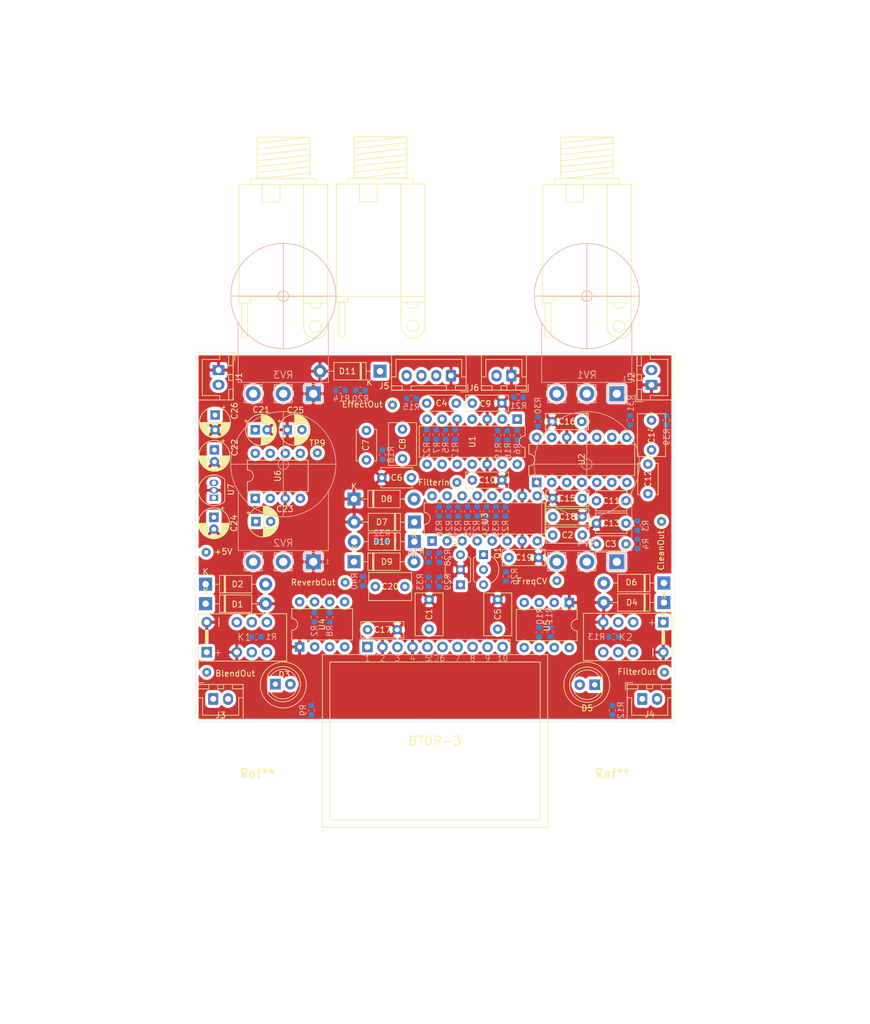
<source format=kicad_pcb>
(kicad_pcb (version 20171130) (host pcbnew "(5.1.5-0-10_14)")
  (layers (0 F.Cu signal) (31 B.Cu signal) (34 B.Paste user) (35 F.Paste user) (36 B.SilkS user) (37 F.SilkS user) (38 B.Mask user) (39 F.Mask user) (44 Edge.Cuts user))
  (net 0 "")
  (net 1 BypassSw2)
  (net 2 GND)
  (net 3 EffectIn)
  (net 4 "Net-(C2-Pad1)")
  (net 5 "Net-(C3-Pad2)")
  (net 6 CleanOut)
  (net 7 "Net-(C4-Pad2)")
  (net 8 FilterIn)
  (net 9 KillVerbSw2)
  (net 10 "Net-(C6-Pad2)")
  (net 11 "Net-(C7-Pad2)")
  (net 12 "Net-(C7-Pad1)")
  (net 13 EffectOut)
  (net 14 +9V)
  (net 15 -9V)
  (net 16 "Net-(C11-Pad2)")
  (net 17 "Net-(C11-Pad1)")
  (net 18 "Net-(C12-Pad2)")
  (net 19 "Net-(C12-Pad1)")
  (net 20 "Net-(C13-Pad2)")
  (net 21 "Net-(C14-Pad2)")
  (net 22 FilterOut)
  (net 23 +5V)
  (net 24 "Net-(C20-Pad2)")
  (net 25 ReverbOut)
  (net 26 "Net-(C23-Pad2)")
  (net 27 "Net-(C23-Pad1)")
  (net 28 "Net-(D1-Pad1)")
  (net 29 "Net-(D2-Pad2)")
  (net 30 "Net-(D3-Pad1)")
  (net 31 "Net-(D4-Pad1)")
  (net 32 "Net-(D5-Pad2)")
  (net 33 "Net-(D5-Pad1)")
  (net 34 "Net-(D10-Pad2)")
  (net 35 "Net-(IC1-Pad10)")
  (net 36 "Net-(IC1-Pad8)")
  (net 37 "Net-(IC1-Pad7)")
  (net 38 "Net-(IC1-Pad5)")
  (net 39 ReverbIn)
  (net 40 In)
  (net 41 Out)
  (net 42 BypassSw1)
  (net 43 KillVerbSw1)
  (net 44 FreqCV)
  (net 45 "Net-(J5-Pad4)")
  (net 46 BlendOut)
  (net 47 BoostIn)
  (net 48 "Net-(Q1-Pad3)")
  (net 49 "Net-(Q1-Pad2)")
  (net 50 FilterCtrl)
  (net 51 "Net-(R14-Pad2)")
  (net 52 "Net-(R15-Pad2)")
  (net 53 "Net-(R16-Pad2)")
  (net 54 "Net-(R16-Pad1)")
  (net 55 "Net-(R22-Pad1)")
  (net 56 "Net-(R24-Pad2)")
  (net 57 "Net-(R25-Pad2)")
  (net 58 "Net-(R26-Pad2)")
  (net 59 "Net-(R27-Pad1)")
  (net 60 "Net-(R29-Pad2)")
  (net 61 "Net-(R34-Pad1)")
  (net 62 "Net-(R35-Pad2)")
  (net 63 "Net-(R36-Pad2)")
  (net 64 "Net-(R38-Pad2)")
  (net 65 "Net-(RV3-Pad2)")
  (net 66 "Net-(U3-Pad8)")
  (net 67 "Net-(U3-Pad9)")
  (net 68 "Net-(U4-Pad7)")
  (net 69 "Net-(U4-Pad5)")
  (net 70 "Net-(U5-Pad7)")
  (net 71 "Net-(U5-Pad5)")
  (net 72 "Net-(U6-Pad7)")
  (net 73 "Net-(U6-Pad6)")
  (net 74 "Net-(U6-Pad1)")
  (module Resistor_SMD:R_0603_1608Metric (layer B.Cu) (at 87.8 111.7 270)
    (fp_text reference R40 (at 0 1.43 270) (layer B.SilkS) (effects (justify mirror)))
    (fp_text value 100k)
    (pad 2 smd roundrect (at 0.7875 0 270) (size 0.875 0.95) (layers B.Cu B.Paste B.Mask) (net 25 ReverbOut))
    (pad 1 smd roundrect (at -0.7875 0 270) (size 0.875 0.95) (layers B.Cu B.Paste B.Mask) (net 2 GND))
  )
  (module Resistor_SMD:R_0603_1608Metric (layer B.Cu) (at 139.1 84.5 90)
    (fp_text reference R39 (at -2.8 0.1 90) (layer B.SilkS) (effects (justify mirror)))
    (fp_text value 10k)
    (pad 2 smd roundrect (at 0.7875 0 90) (size 0.875 0.95) (layers B.Cu B.Paste B.Mask) (net 62 "Net-(R35-Pad2)"))
    (pad 1 smd roundrect (at -0.7875 0 90) (size 0.875 0.95) (layers B.Cu B.Paste B.Mask) (net 21 "Net-(C14-Pad2)"))
  )
  (module Resistor_SMD:R_0603_1608Metric (layer B.Cu) (at 98.9 107.7 90)
    (fp_text reference R38 (at 0.9 -2.1 180) (layer B.SilkS) (effects (justify mirror)))
    (fp_text value 10k)
    (pad 2 smd roundrect (at 0.7875 0 90) (size 0.875 0.95) (layers B.Cu B.Paste B.Mask) (net 64 "Net-(R38-Pad2)"))
    (pad 1 smd roundrect (at -0.7875 0 90) (size 0.875 0.95) (layers B.Cu B.Paste B.Mask) (net 50 FilterCtrl))
  )
  (module Resistor_SMD:R_0603_1608Metric (layer B.Cu) (at 103.9 99.9125 270)
    (fp_text reference R37 (at 2.8875 0 270) (layer B.SilkS) (effects (justify mirror)))
    (fp_text value 220)
    (pad 2 smd roundrect (at 0.7875 0 270) (size 0.875 0.95) (layers B.Cu B.Paste B.Mask) (net 61 "Net-(R34-Pad1)"))
    (pad 1 smd roundrect (at -0.7875 0 270) (size 0.875 0.95) (layers B.Cu B.Paste B.Mask) (net 2 GND))
  )
  (module Resistor_SMD:R_0603_1608Metric (layer B.Cu) (at 100.7 99.9 270)
    (fp_text reference R36 (at 2.9 0 270) (layer B.SilkS) (effects (justify mirror)))
    (fp_text value 10k)
    (pad 2 smd roundrect (at 0.7875 0 270) (size 0.875 0.95) (layers B.Cu B.Paste B.Mask) (net 63 "Net-(R36-Pad2)"))
    (pad 1 smd roundrect (at -0.7875 0 270) (size 0.875 0.95) (layers B.Cu B.Paste B.Mask) (net 14 +9V))
  )
  (module Resistor_SMD:R_0603_1608Metric (layer B.Cu) (at 110.3 99.9 270)
    (fp_text reference R35 (at 2.9 0 270) (layer B.SilkS) (effects (justify mirror)))
    (fp_text value 220)
    (pad 2 smd roundrect (at 0.7875 0 270) (size 0.875 0.95) (layers B.Cu B.Paste B.Mask) (net 62 "Net-(R35-Pad2)"))
    (pad 1 smd roundrect (at -0.7875 0 270) (size 0.875 0.95) (layers B.Cu B.Paste B.Mask) (net 2 GND))
  )
  (module Resistor_SMD:R_0603_1608Metric (layer B.Cu) (at 108.7 99.9 90)
    (fp_text reference R34 (at -2.9 -0.1 270) (layer B.SilkS) (effects (justify mirror)))
    (fp_text value 10k)
    (pad 2 smd roundrect (at 0.7875 0 90) (size 0.875 0.95) (layers B.Cu B.Paste B.Mask) (net 59 "Net-(R27-Pad1)"))
    (pad 1 smd roundrect (at -0.7875 0 90) (size 0.875 0.95) (layers B.Cu B.Paste B.Mask) (net 61 "Net-(R34-Pad1)"))
  )
  (module Resistor_SMD:R_0603_1608Metric (layer B.Cu) (at 98.9 111.8 270)
    (fp_text reference R33 (at 0 1.43 270) (layer B.SilkS) (effects (justify mirror)))
    (fp_text value 4.7k)
    (pad 2 smd roundrect (at 0.7875 0 270) (size 0.875 0.95) (layers B.Cu B.Paste B.Mask) (net 48 "Net-(Q1-Pad3)"))
    (pad 1 smd roundrect (at -0.7875 0 270) (size 0.875 0.95) (layers B.Cu B.Paste B.Mask) (net 18 "Net-(C12-Pad2)"))
  )
  (module Resistor_SMD:R_0603_1608Metric (layer B.Cu) (at 91 105 180)
    (fp_text reference R32 (at 0 1.43 180) (layer B.SilkS) (effects (justify mirror)))
    (fp_text value 1.6K)
    (pad 2 smd roundrect (at 0.7875 0 180) (size 0.875 0.95) (layers B.Cu B.Paste B.Mask) (net 34 "Net-(D10-Pad2)"))
    (pad 1 smd roundrect (at -0.7875 0 180) (size 0.875 0.95) (layers B.Cu B.Paste B.Mask) (net 2 GND))
  )
  (module Resistor_SMD:R_0603_1608Metric (layer B.Cu) (at 133 84.5 90)
    (fp_text reference R31 (at 2.9 0.1 90) (layer B.SilkS) (effects (justify mirror)))
    (fp_text value 10k)
    (pad 2 smd roundrect (at 0.7875 0 90) (size 0.875 0.95) (layers B.Cu B.Paste B.Mask) (net 34 "Net-(D10-Pad2)"))
    (pad 1 smd roundrect (at -0.7875 0 90) (size 0.875 0.95) (layers B.Cu B.Paste B.Mask) (net 17 "Net-(C11-Pad1)"))
  )
  (module Resistor_SMD:R_0603_1608Metric (layer B.Cu) (at 117.4 84.7 270)
    (fp_text reference R30 (at -2.7 0 270) (layer B.SilkS) (effects (justify mirror)))
    (fp_text value 470k)
    (pad 2 smd roundrect (at 0.7875 0 270) (size 0.875 0.95) (layers B.Cu B.Paste B.Mask) (net 19 "Net-(C12-Pad1)"))
    (pad 1 smd roundrect (at -0.7875 0 270) (size 0.875 0.95) (layers B.Cu B.Paste B.Mask) (net 15 -9V))
  )
  (module Resistor_SMD:R_0603_1608Metric (layer B.Cu) (at 100.7 111.8 90)
    (fp_text reference R29 (at 0 1.43 90) (layer B.SilkS) (effects (justify mirror)))
    (fp_text value 10k)
    (pad 2 smd roundrect (at 0.7875 0 90) (size 0.875 0.95) (layers B.Cu B.Paste B.Mask) (net 60 "Net-(R29-Pad2)"))
    (pad 1 smd roundrect (at -0.7875 0 90) (size 0.875 0.95) (layers B.Cu B.Paste B.Mask) (net 50 FilterCtrl))
  )
  (module Resistor_SMD:R_0603_1608Metric (layer B.Cu) (at 100.7 107.7 90)
    (fp_text reference R28 (at 0 1.43 90) (layer B.SilkS) (effects (justify mirror)))
    (fp_text value 2.7k)
    (pad 2 smd roundrect (at 0.7875 0 90) (size 0.875 0.95) (layers B.Cu B.Paste B.Mask) (net 49 "Net-(Q1-Pad2)"))
    (pad 1 smd roundrect (at -0.7875 0 90) (size 0.875 0.95) (layers B.Cu B.Paste B.Mask) (net 2 GND))
  )
  (module Resistor_SMD:R_0603_1608Metric (layer B.Cu) (at 107.1 99.9 270)
    (fp_text reference R27 (at 2.9 0.1 90) (layer B.SilkS) (effects (justify mirror)))
    (fp_text value 10k)
    (pad 2 smd roundrect (at 0.7875 0 270) (size 0.875 0.95) (layers B.Cu B.Paste B.Mask) (net 55 "Net-(R22-Pad1)"))
    (pad 1 smd roundrect (at -0.7875 0 270) (size 0.875 0.95) (layers B.Cu B.Paste B.Mask) (net 59 "Net-(R27-Pad1)"))
  )
  (module Resistor_SMD:R_0603_1608Metric (layer B.Cu) (at 112 110.9 90)
    (fp_text reference R26 (at 0 1.43 90) (layer B.SilkS) (effects (justify mirror)))
    (fp_text value 100k)
    (pad 2 smd roundrect (at 0.7875 0 90) (size 0.875 0.95) (layers B.Cu B.Paste B.Mask) (net 58 "Net-(R26-Pad2)"))
    (pad 1 smd roundrect (at -0.7875 0 90) (size 0.875 0.95) (layers B.Cu B.Paste B.Mask) (net 49 "Net-(Q1-Pad2)"))
  )
  (module Resistor_SMD:R_0603_1608Metric (layer B.Cu) (at 105.5 99.9 270)
    (fp_text reference R25 (at 2.9 0 270) (layer B.SilkS) (effects (justify mirror)))
    (fp_text value 220)
    (pad 2 smd roundrect (at 0.7875 0 270) (size 0.875 0.95) (layers B.Cu B.Paste B.Mask) (net 57 "Net-(R25-Pad2)"))
    (pad 1 smd roundrect (at -0.7875 0 270) (size 0.875 0.95) (layers B.Cu B.Paste B.Mask) (net 2 GND))
  )
  (module Resistor_SMD:R_0603_1608Metric (layer B.Cu) (at 102.3 99.9 90)
    (fp_text reference R24 (at -2.9 0.1 270) (layer B.SilkS) (effects (justify mirror)))
    (fp_text value 10k)
    (pad 2 smd roundrect (at 0.7875 0 90) (size 0.875 0.95) (layers B.Cu B.Paste B.Mask) (net 56 "Net-(R24-Pad2)"))
    (pad 1 smd roundrect (at -0.7875 0 90) (size 0.875 0.95) (layers B.Cu B.Paste B.Mask) (net 14 +9V))
  )
  (module Resistor_SMD:R_0603_1608Metric (layer B.Cu) (at 111.9 99.9 270)
    (fp_text reference R23 (at 2.9 0 90) (layer B.SilkS) (effects (justify mirror)))
    (fp_text value 220)
    (pad 2 smd roundrect (at 0.7875 0 270) (size 0.875 0.95) (layers B.Cu B.Paste B.Mask) (net 55 "Net-(R22-Pad1)"))
    (pad 1 smd roundrect (at -0.7875 0 270) (size 0.875 0.95) (layers B.Cu B.Paste B.Mask) (net 2 GND))
  )
  (module Resistor_SMD:R_0603_1608Metric (layer B.Cu) (at 98.6 86.9 90)
    (fp_text reference R22 (at -2.7 0 90) (layer B.SilkS) (effects (justify mirror)))
    (fp_text value 10k)
    (pad 2 smd roundrect (at 0.7875 0 90) (size 0.875 0.95) (layers B.Cu B.Paste B.Mask) (net 8 FilterIn))
    (pad 1 smd roundrect (at -0.7875 0 90) (size 0.875 0.95) (layers B.Cu B.Paste B.Mask) (net 55 "Net-(R22-Pad1)"))
  )
  (module Resistor_SMD:R_0603_1608Metric (layer B.Cu) (at 114.1 80.6)
    (fp_text reference R21 (at 0 1.43) (layer B.SilkS) (effects (justify mirror)))
    (fp_text value 100)
    (pad 2 smd roundrect (at 0.7875 0) (size 0.875 0.95) (layers B.Cu B.Paste B.Mask) (net 23 +5V))
    (pad 1 smd roundrect (at -0.7875 0) (size 0.875 0.95) (layers B.Cu B.Paste B.Mask) (net 45 "Net-(J5-Pad4)"))
  )
  (module Resistor_SMD:R_0603_1608Metric (layer B.Cu) (at 87.4 79.4)
    (fp_text reference R20 (at 0 1.43) (layer B.SilkS) (effects (justify mirror)))
    (fp_text value 100k)
    (pad 2 smd roundrect (at 0.7875 0) (size 0.875 0.95) (layers B.Cu B.Paste B.Mask) (net 2 GND))
    (pad 1 smd roundrect (at -0.7875 0) (size 0.875 0.95) (layers B.Cu B.Paste B.Mask) (net 13 EffectOut))
  )
  (module Resistor_SMD:R_0603_1608Metric (layer B.Cu) (at 110.6 87 270)
    (fp_text reference R19 (at 2.7 -0.1 90) (layer B.SilkS) (effects (justify mirror)))
    (fp_text value 1k)
    (pad 2 smd roundrect (at 0.7875 0 270) (size 0.875 0.95) (layers B.Cu B.Paste B.Mask) (net 46 BlendOut))
    (pad 1 smd roundrect (at -0.7875 0 270) (size 0.875 0.95) (layers B.Cu B.Paste B.Mask) (net 53 "Net-(R16-Pad2)"))
  )
  (module Resistor_SMD:R_0603_1608Metric (layer B.Cu) (at 91.1 90.3 90)
    (fp_text reference R18 (at 0 1.43 -90) (layer B.SilkS) (effects (justify mirror)))
    (fp_text value 4.7k)
    (pad 2 smd roundrect (at 0.7875 0 90) (size 0.875 0.95) (layers B.Cu B.Paste B.Mask) (net 2 GND))
    (pad 1 smd roundrect (at -0.7875 0 90) (size 0.875 0.95) (layers B.Cu B.Paste B.Mask) (net 12 "Net-(C7-Pad1)"))
  )
  (module Resistor_SMD:R_0603_1608Metric (layer B.Cu) (at 103.4 86.9 90)
    (fp_text reference R17 (at -2.7 0 90) (layer B.SilkS) (effects (justify mirror)))
    (fp_text value 10k)
    (pad 2 smd roundrect (at 0.7875 0 90) (size 0.875 0.95) (layers B.Cu B.Paste B.Mask) (net 12 "Net-(C7-Pad1)"))
    (pad 1 smd roundrect (at -0.7875 0 90) (size 0.875 0.95) (layers B.Cu B.Paste B.Mask) (net 11 "Net-(C7-Pad2)"))
  )
  (module Resistor_SMD:R_0603_1608Metric (layer B.Cu) (at 112.2 87 90)
    (fp_text reference R16 (at -2.7 0.1 90) (layer B.SilkS) (effects (justify mirror)))
    (fp_text value 100k)
    (pad 2 smd roundrect (at 0.7875 0 90) (size 0.875 0.95) (layers B.Cu B.Paste B.Mask) (net 53 "Net-(R16-Pad2)"))
    (pad 1 smd roundrect (at -0.7875 0 90) (size 0.875 0.95) (layers B.Cu B.Paste B.Mask) (net 54 "Net-(R16-Pad1)"))
  )
  (module Resistor_SMD:R_0603_1608Metric (layer B.Cu) (at 96 80.8)
    (fp_text reference R15 (at 0 1.43 180) (layer B.SilkS) (effects (justify mirror)))
    (fp_text value 100k)
    (pad 2 smd roundrect (at 0.7875 0) (size 0.875 0.95) (layers B.Cu B.Paste B.Mask) (net 52 "Net-(R15-Pad2)"))
    (pad 1 smd roundrect (at -0.7875 0) (size 0.875 0.95) (layers B.Cu B.Paste B.Mask) (net 6 CleanOut))
  )
  (module Resistor_SMD:R_0603_1608Metric (layer B.Cu) (at 84 79.4 180)
    (fp_text reference R14 (at -0.2 -1.4) (layer B.SilkS) (effects (justify mirror)))
    (fp_text value 100k)
    (pad 2 smd roundrect (at 0.7875 0 180) (size 0.875 0.95) (layers B.Cu B.Paste B.Mask) (net 51 "Net-(R14-Pad2)"))
    (pad 1 smd roundrect (at -0.7875 0 180) (size 0.875 0.95) (layers B.Cu B.Paste B.Mask) (net 13 EffectOut))
  )
  (module Resistor_SMD:R_0603_1608Metric (layer B.Cu) (at 130.2 121.1 180)
    (fp_text reference R13 (at 2.9 0 180) (layer B.SilkS) (effects (justify mirror)))
    (fp_text value 10k)
    (pad 2 smd roundrect (at 0.7875 0 180) (size 0.875 0.95) (layers B.Cu B.Paste B.Mask) (net 10 "Net-(C6-Pad2)"))
    (pad 1 smd roundrect (at -0.7875 0 180) (size 0.875 0.95) (layers B.Cu B.Paste B.Mask) (net 47 BoostIn))
  )
  (module Resistor_SMD:R_0603_1608Metric (layer B.Cu) (at 130 133.5 90)
    (fp_text reference R12 (at 0 1.43 90) (layer B.SilkS) (effects (justify mirror)))
    (fp_text value 4.7k)
    (pad 2 smd roundrect (at 0.7875 0 90) (size 0.875 0.95) (layers B.Cu B.Paste B.Mask) (net 33 "Net-(D5-Pad1)"))
    (pad 1 smd roundrect (at -0.7875 0 90) (size 0.875 0.95) (layers B.Cu B.Paste B.Mask) (net 2 GND))
  )
  (module Resistor_SMD:R_0603_1608Metric (layer B.Cu) (at 119.5 120.3 90)
    (fp_text reference R11 (at 2.8 -0.2 90) (layer B.SilkS) (effects (justify mirror)))
    (fp_text value 10k)
    (pad 2 smd roundrect (at 0.7875 0 90) (size 0.875 0.95) (layers B.Cu B.Paste B.Mask) (net 43 KillVerbSw1))
    (pad 1 smd roundrect (at -0.7875 0 90) (size 0.875 0.95) (layers B.Cu B.Paste B.Mask) (net 23 +5V))
  )
  (module Resistor_SMD:R_0603_1608Metric (layer B.Cu) (at 117.6 120.3 90)
    (fp_text reference R10 (at 2.7 0.1 90) (layer B.SilkS) (effects (justify mirror)))
    (fp_text value 100K)
    (pad 2 smd roundrect (at 0.7875 0 90) (size 0.875 0.95) (layers B.Cu B.Paste B.Mask) (net 9 KillVerbSw2))
    (pad 1 smd roundrect (at -0.7875 0 90) (size 0.875 0.95) (layers B.Cu B.Paste B.Mask) (net 32 "Net-(D5-Pad2)"))
  )
  (module Resistor_SMD:R_0603_1608Metric (layer B.Cu) (at 79.1 133.5 270)
    (fp_text reference R9 (at 0 1.43 90) (layer B.SilkS) (effects (justify mirror)))
    (fp_text value 4.7k)
    (pad 2 smd roundrect (at 0.7875 0 270) (size 0.875 0.95) (layers B.Cu B.Paste B.Mask) (net 30 "Net-(D3-Pad1)"))
    (pad 1 smd roundrect (at -0.7875 0 270) (size 0.875 0.95) (layers B.Cu B.Paste B.Mask) (net 2 GND))
  )
  (module Resistor_SMD:R_0603_1608Metric (layer B.Cu) (at 82.2 117.8 90)
    (fp_text reference R8 (at -2.3 0 90) (layer B.SilkS) (effects (justify mirror)))
    (fp_text value 10k)
    (pad 2 smd roundrect (at 0.7875 0 90) (size 0.875 0.95) (layers B.Cu B.Paste B.Mask) (net 42 BypassSw1))
    (pad 1 smd roundrect (at -0.7875 0 90) (size 0.875 0.95) (layers B.Cu B.Paste B.Mask) (net 23 +5V))
  )
  (module Resistor_SMD:R_0603_1608Metric (layer B.Cu) (at 100.2 86.9 270)
    (fp_text reference R7 (at 2.2 -0.1 270) (layer B.SilkS) (effects (justify mirror)))
    (fp_text value 100K)
    (pad 2 smd roundrect (at 0.7875 0 270) (size 0.875 0.95) (layers B.Cu B.Paste B.Mask) (net 7 "Net-(C4-Pad2)"))
    (pad 1 smd roundrect (at -0.7875 0 270) (size 0.875 0.95) (layers B.Cu B.Paste B.Mask) (net 8 FilterIn))
  )
  (module Resistor_SMD:R_0603_1608Metric (layer B.Cu) (at 113.9 87 270)
    (fp_text reference R6 (at 2.3 0 270) (layer B.SilkS) (effects (justify mirror)))
    (fp_text value 100K)
    (pad 2 smd roundrect (at 0.7875 0 270) (size 0.875 0.95) (layers B.Cu B.Paste B.Mask) (net 5 "Net-(C3-Pad2)"))
    (pad 1 smd roundrect (at -0.7875 0 270) (size 0.875 0.95) (layers B.Cu B.Paste B.Mask) (net 6 CleanOut))
  )
  (module Resistor_SMD:R_0603_1608Metric (layer B.Cu) (at 101.8 86.9 90)
    (fp_text reference R5 (at -2.2 0 90) (layer B.SilkS) (effects (justify mirror)))
    (fp_text value 100K)
    (pad 2 smd roundrect (at 0.7875 0 90) (size 0.875 0.95) (layers B.Cu B.Paste B.Mask) (net 4 "Net-(C2-Pad1)"))
    (pad 1 smd roundrect (at -0.7875 0 90) (size 0.875 0.95) (layers B.Cu B.Paste B.Mask) (net 7 "Net-(C4-Pad2)"))
  )
  (module Resistor_SMD:R_0603_1608Metric (layer B.Cu) (at 134.2 105.4 90)
    (fp_text reference R4 (at 0 1.43 90) (layer B.SilkS) (effects (justify mirror)))
    (fp_text value 100K)
    (pad 2 smd roundrect (at 0.7875 0 90) (size 0.875 0.95) (layers B.Cu B.Paste B.Mask) (net 4 "Net-(C2-Pad1)"))
    (pad 1 smd roundrect (at -0.7875 0 90) (size 0.875 0.95) (layers B.Cu B.Paste B.Mask) (net 5 "Net-(C3-Pad2)"))
  )
  (module Resistor_SMD:R_0603_1608Metric (layer B.Cu) (at 134.2 102.3 270)
    (fp_text reference R3 (at 0 -1.4 90) (layer B.SilkS) (effects (justify mirror)))
    (fp_text value 500k)
    (pad 2 smd roundrect (at 0.7875 0 270) (size 0.875 0.95) (layers B.Cu B.Paste B.Mask) (net 4 "Net-(C2-Pad1)"))
    (pad 1 smd roundrect (at -0.7875 0 270) (size 0.875 0.95) (layers B.Cu B.Paste B.Mask) (net 2 GND))
  )
  (module Resistor_SMD:R_0603_1608Metric (layer B.Cu) (at 79.6 117.8 90)
    (fp_text reference R2 (at -2.3 0 270) (layer B.SilkS) (effects (justify mirror)))
    (fp_text value 100K)
    (pad 2 smd roundrect (at 0.7875 0 90) (size 0.875 0.95) (layers B.Cu B.Paste B.Mask) (net 1 BypassSw2))
    (pad 1 smd roundrect (at -0.7875 0 90) (size 0.875 0.95) (layers B.Cu B.Paste B.Mask) (net 29 "Net-(D2-Pad2)"))
  )
  (module Resistor_SMD:R_0603_1608Metric (layer B.Cu) (at 69.7875 121.1 180)
    (fp_text reference R1 (at -2.5 0) (layer B.SilkS) (effects (justify mirror)))
    (fp_text value 500k)
    (pad 2 smd roundrect (at 0.7875 0 180) (size 0.875 0.95) (layers B.Cu B.Paste B.Mask) (net 3 EffectIn))
    (pad 1 smd roundrect (at -0.7875 0 180) (size 0.875 0.95) (layers B.Cu B.Paste B.Mask) (net 2 GND))
  )
  (module Diode_THT:D_DO-41_SOD81_P10.16mm_Horizontal (layer F.Cu) (at 90.7 76.2 180)
    (fp_text reference D11 (at 5.5 0) (layer F.SilkS))
    (fp_text value 1N4001)
    (fp_text user K (at 1.8 -1.9) (layer F.SilkS))
    (pad 1 thru_hole rect (at 0 0 180) (size 2.2 2.2) (drill 1.1) (layers *.Cu *.Mask) (net 14 +9V))
    (pad 2 thru_hole oval (at 10.16 0 180) (size 2.2 2.2) (drill 1.1) (layers *.Cu *.Mask) (net 2 GND))
  )
  (module Capacitor_THT:C_Rect_L7.0mm_W2.5mm_P5.00mm (layer F.Cu) (at 117.5 107.7 180)
    (fp_text reference C19 (at 2.5 0) (layer F.SilkS))
    (fp_text value 100n)
    (pad 2 thru_hole circle (at 5 0 180) (size 1.6 1.6) (drill 0.8) (layers *.Cu *.Mask) (net 15 -9V))
    (pad 1 thru_hole circle (at 0 0 180) (size 1.6 1.6) (drill 0.8) (layers *.Cu *.Mask) (net 2 GND))
  )
  (module Capacitor_THT:C_Rect_L7.0mm_W4.5mm_P5.00mm (layer F.Cu) (at 89.9 112.6)
    (fp_text reference C20 (at 2.5 0) (layer F.SilkS))
    (fp_text value 1u)
    (pad 2 thru_hole circle (at 5 0) (size 1.6 1.6) (drill 0.8) (layers *.Cu *.Mask) (net 24 "Net-(C20-Pad2)"))
    (pad 1 thru_hole circle (at 0 0) (size 1.6 1.6) (drill 0.8) (layers *.Cu *.Mask) (net 25 ReverbOut))
  )
  (module Capacitor_THT:C_Rect_L7.0mm_W2.5mm_P5.00mm (layer F.Cu) (at 106.3 81.6)
    (fp_text reference C9 (at 2.2 0.1) (layer F.SilkS))
    (fp_text value 100n)
    (pad 2 thru_hole circle (at 5 0) (size 1.6 1.6) (drill 0.8) (layers *.Cu *.Mask) (net 2 GND))
    (pad 1 thru_hole circle (at 0 0) (size 1.6 1.6) (drill 0.8) (layers *.Cu *.Mask) (net 14 +9V))
  )
  (module Connector_JST:JST_XH_B2B-XH-A_1x02_P2.50mm_Vertical (layer F.Cu) (at 135.05 131.6)
    (fp_text reference J4 (at 1.25 2.6) (layer F.SilkS))
    (fp_text value Conn_01x02_Male)
    (pad 2 thru_hole oval (at 2.5 0) (size 1.7 2) (drill 1) (layers *.Cu *.Mask) (net 9 KillVerbSw2))
    (pad 1 thru_hole roundrect (at 0 0) (size 1.7 2) (drill 1) (layers *.Cu *.Mask) (roundrect_rratio 0.147059) (net 43 KillVerbSw1))
  )
  (module TestPoint:TestPoint_THTPad_D1.5mm_Drill0.7mm (layer F.Cu) (at 138.8 127.1)
    (fp_text reference TP6)
    (fp_text value FilterOut (at -4.7 -0.1) (layer F.SilkS))
    (pad 1 thru_hole circle (at 0 0) (size 1.5 1.5) (drill 0.7) (layers *.Cu *.Mask) (net 22 FilterOut))
  )
  (module Connector_JST:JST_XH_B2B-XH-A_1x02_P2.50mm_Vertical (layer F.Cu) (at 62.5 131.6)
    (fp_text reference J3 (at 1.25 2.75) (layer F.SilkS))
    (fp_text value Conn_01x02_Male)
    (pad 1 thru_hole roundrect (at 0 0) (size 1.7 2) (drill 1) (layers *.Cu *.Mask) (roundrect_rratio 0.147059) (net 42 BypassSw1))
    (pad 2 thru_hole oval (at 2.5 0) (size 1.7 2) (drill 1) (layers *.Cu *.Mask) (net 1 BypassSw2))
  )
  (module Capacitor_THT:C_Rect_L7.0mm_W2.5mm_P5.00mm (layer F.Cu) (at 119.8 84.7)
    (fp_text reference C16 (at 2.5 0) (layer F.SilkS))
    (fp_text value 100n)
    (pad 2 thru_hole circle (at 5 0) (size 1.6 1.6) (drill 0.8) (layers *.Cu *.Mask) (net 15 -9V))
    (pad 1 thru_hole circle (at 0 0) (size 1.6 1.6) (drill 0.8) (layers *.Cu *.Mask) (net 2 GND))
  )
  (module Capacitor_THT:C_Disc_D5.1mm_W3.2mm_P5.00mm (layer F.Cu) (at 127.3 101.9)
    (fp_text reference C13 (at 2.5 0) (layer F.SilkS))
    (fp_text value 1n)
    (pad 2 thru_hole circle (at 5 0) (size 1.6 1.6) (drill 0.8) (layers *.Cu *.Mask) (net 20 "Net-(C13-Pad2)"))
    (pad 1 thru_hole circle (at 0 0) (size 1.6 1.6) (drill 0.8) (layers *.Cu *.Mask) (net 2 GND))
  )
  (module Capacitor_THT:C_Rect_L7.0mm_W2.5mm_P5.00mm (layer F.Cu) (at 124.9 97.7 180)
    (fp_text reference C15 (at 2.6 0) (layer F.SilkS))
    (fp_text value 100n)
    (pad 2 thru_hole circle (at 5 0 180) (size 1.6 1.6) (drill 0.8) (layers *.Cu *.Mask) (net 2 GND))
    (pad 1 thru_hole circle (at 0 0 180) (size 1.6 1.6) (drill 0.8) (layers *.Cu *.Mask) (net 14 +9V))
  )
  (module Capacitor_THT:C_Rect_L7.0mm_W4.5mm_P5.00mm (layer F.Cu) (at 136.6 84.5 270)
    (fp_text reference C14 (at 2.5 0 90) (layer F.SilkS))
    (fp_text value 1u)
    (pad 2 thru_hole circle (at 5 0 270) (size 1.6 1.6) (drill 0.8) (layers *.Cu *.Mask) (net 21 "Net-(C14-Pad2)"))
    (pad 1 thru_hole circle (at 0 0 270) (size 1.6 1.6) (drill 0.8) (layers *.Cu *.Mask) (net 22 FilterOut))
  )
  (module Connector_JST:JST_XH_B4B-XH-A_1x04_P2.50mm_Vertical (layer F.Cu) (at 102.7 76.95 180)
    (fp_text reference J5 (at 11.3 -1.75) (layer F.SilkS))
    (fp_text value Conn_01x04_Male)
    (pad 1 thru_hole roundrect (at 0 0 180) (size 1.7 1.95) (drill 0.95) (layers *.Cu *.Mask) (roundrect_rratio 0.147059) (net 2 GND))
    (pad 2 thru_hole oval (at 2.5 0 180) (size 1.7 1.95) (drill 0.95) (layers *.Cu *.Mask) (net 44 FreqCV))
    (pad 3 thru_hole oval (at 5 0 180) (size 1.7 1.95) (drill 0.95) (layers *.Cu *.Mask) (net 23 +5V))
    (pad 4 thru_hole oval (at 7.5 0 180) (size 1.7 1.95) (drill 0.95) (layers *.Cu *.Mask) (net 45 "Net-(J5-Pad4)"))
  )
  (module Connector_JST:JST_XH_B2B-XH-A_1x02_P2.50mm_Vertical (layer F.Cu) (at 112.9 76.95 180)
    (fp_text reference J6 (at 6.3 -2.05) (layer F.SilkS))
    (fp_text value Conn_01x02_Male)
    (pad 1 thru_hole roundrect (at 0 0 180) (size 1.7 2) (drill 1) (layers *.Cu *.Mask) (roundrect_rratio 0.147059) (net 2 GND))
    (pad 2 thru_hole oval (at 2.5 0 180) (size 1.7 2) (drill 1) (layers *.Cu *.Mask) (net 14 +9V))
  )
  (module Connector_JST:JST_XH_B2B-XH-A_1x02_P2.50mm_Vertical (layer F.Cu) (at 63.4 76 270)
    (fp_text reference J1 (at 1.25 -3.45 90) (layer F.SilkS))
    (fp_text value Conn_01x02_Male)
    (pad 1 thru_hole roundrect (at 0 0 270) (size 1.7 2) (drill 1) (layers *.Cu *.Mask) (roundrect_rratio 0.147059) (net 2 GND))
    (pad 2 thru_hole oval (at 2.5 0 270) (size 1.7 2) (drill 1) (layers *.Cu *.Mask) (net 40 In))
  )
  (module "MBv3 potentiometers:16MM_B.MOUNT_BANZAI" (layer F.Cu) (at 125.66 108.42)
    (fp_text reference RV4 (at 0 -3.175) (layer B.SilkS) (effects (font (size 1.2065 1.2065) (thickness 0.1524)) (justify mirror)))
    (fp_text value B10k)
    (fp_text user 1 (at 6.35 -2.54) (layer B.SilkS) (effects (font (size 0.77216 0.77216) (thickness 0.097536)) (justify mirror)))
    (pad 3 thru_hole oval (at -5.08 0 180) (size 2.54 2.54) (drill 1.4) (layers *.Cu *.Mask) (net 36 "Net-(IC1-Pad8)"))
    (pad 2 thru_hole oval (at 0 0 180) (size 2.54 2.54) (drill 1.4) (layers *.Cu *.Mask) (net 36 "Net-(IC1-Pad8)"))
    (pad 1 thru_hole rect (at 5.08 0 180) (size 2.54 2.54) (drill 1.4) (layers *.Cu *.Mask) (net 37 "Net-(IC1-Pad7)"))
  )
  (module Capacitor_THT:C_Rect_L7.0mm_W2.5mm_P5.00mm (layer F.Cu) (at 119.9 100.8)
    (fp_text reference C18 (at 2.5 0) (layer F.SilkS))
    (fp_text value 100n)
    (pad 2 thru_hole circle (at 5 0) (size 1.6 1.6) (drill 0.8) (layers *.Cu *.Mask) (net 2 GND))
    (pad 1 thru_hole circle (at 0 0) (size 1.6 1.6) (drill 0.8) (layers *.Cu *.Mask) (net 14 +9V))
  )
  (module Capacitor_THT:C_Disc_D4.7mm_W2.5mm_P5.00mm (layer F.Cu) (at 132.3 105.4 180)
    (fp_text reference C3 (at 2.6 0) (layer F.SilkS))
    (fp_text value 5p)
    (pad 2 thru_hole circle (at 5 0 180) (size 1.6 1.6) (drill 0.8) (layers *.Cu *.Mask) (net 5 "Net-(C3-Pad2)"))
    (pad 1 thru_hole circle (at 0 0 180) (size 1.6 1.6) (drill 0.8) (layers *.Cu *.Mask) (net 6 CleanOut))
  )
  (module Capacitor_THT:C_Disc_D4.7mm_W2.5mm_P5.00mm (layer F.Cu) (at 98.6 81.6)
    (fp_text reference C4 (at 2.5 0) (layer F.SilkS))
    (fp_text value 5p)
    (pad 2 thru_hole circle (at 5 0) (size 1.6 1.6) (drill 0.8) (layers *.Cu *.Mask) (net 7 "Net-(C4-Pad2)"))
    (pad 1 thru_hole circle (at 0 0) (size 1.6 1.6) (drill 0.8) (layers *.Cu *.Mask) (net 8 FilterIn))
  )
  (module Connector_JST:JST_XH_B2B-XH-A_1x02_P2.50mm_Vertical (layer F.Cu) (at 136.6 78.5 90)
    (fp_text reference J2 (at 1.25 -3.4 90) (layer F.SilkS))
    (fp_text value Conn_01x02_Male)
    (pad 2 thru_hole oval (at 2.5 0 90) (size 1.7 2) (drill 1) (layers *.Cu *.Mask) (net 41 Out))
    (pad 1 thru_hole roundrect (at 0 0 90) (size 1.7 2) (drill 1) (layers *.Cu *.Mask) (roundrect_rratio 0.147059) (net 2 GND))
  )
  (module "MBv3 potentiometers:16MM_B.MOUNT_BANZAI" (layer F.Cu) (at 74.34 108.42)
    (fp_text reference RV2 (at 0 -3.175) (layer B.SilkS) (effects (font (size 1.2065 1.2065) (thickness 0.1524)) (justify mirror)))
    (fp_text value B100K)
    (fp_text user 1 (at 7.46 -0.02) (layer B.SilkS) (effects (font (size 0.77216 0.77216) (thickness 0.097536)) (justify mirror)))
    (pad 3 thru_hole oval (at -5.08 0 180) (size 2.54 2.54) (drill 1.4) (layers *.Cu *.Mask) (net 44 FreqCV))
    (pad 2 thru_hole oval (at 0 0 180) (size 2.54 2.54) (drill 1.4) (layers *.Cu *.Mask) (net 58 "Net-(R26-Pad2)"))
    (pad 1 thru_hole rect (at 5.08 0 180) (size 2.54 2.54) (drill 1.4) (layers *.Cu *.Mask) (net 2 GND))
  )
  (module Capacitor_THT:C_Disc_D5.1mm_W3.2mm_P5.00mm (layer F.Cu) (at 91 94.2)
    (fp_text reference C6 (at 2.5 0) (layer F.SilkS))
    (fp_text value 22n)
    (pad 2 thru_hole circle (at 5 0) (size 1.6 1.6) (drill 0.8) (layers *.Cu *.Mask) (net 10 "Net-(C6-Pad2)"))
    (pad 1 thru_hole circle (at 0 0) (size 1.6 1.6) (drill 0.8) (layers *.Cu *.Mask) (net 2 GND))
  )
  (module Capacitor_THT:C_Disc_D5.1mm_W3.2mm_P5.00mm (layer F.Cu) (at 127.3 98.1)
    (fp_text reference C11 (at 2.5 0) (layer F.SilkS))
    (fp_text value 1n)
    (pad 2 thru_hole circle (at 5 0) (size 1.6 1.6) (drill 0.8) (layers *.Cu *.Mask) (net 16 "Net-(C11-Pad2)"))
    (pad 1 thru_hole circle (at 0 0) (size 1.6 1.6) (drill 0.8) (layers *.Cu *.Mask) (net 17 "Net-(C11-Pad1)"))
  )
  (module Capacitor_THT:C_Rect_L7.0mm_W4.5mm_P5.00mm (layer F.Cu) (at 94.5 91 90)
    (fp_text reference C8 (at 2.5 0 90) (layer F.SilkS))
    (fp_text value 1u)
    (pad 2 thru_hole circle (at 5 0 90) (size 1.6 1.6) (drill 0.8) (layers *.Cu *.Mask) (net 13 EffectOut))
    (pad 1 thru_hole circle (at 0 0 90) (size 1.6 1.6) (drill 0.8) (layers *.Cu *.Mask) (net 12 "Net-(C7-Pad1)"))
  )
  (module Capacitor_THT:C_Rect_L7.0mm_W2.5mm_P5.00mm (layer F.Cu) (at 111.3 94.6 180)
    (fp_text reference C10 (at 2.5 0) (layer F.SilkS))
    (fp_text value 100n)
    (pad 2 thru_hole circle (at 5 0 180) (size 1.6 1.6) (drill 0.8) (layers *.Cu *.Mask) (net 15 -9V))
    (pad 1 thru_hole circle (at 0 0 180) (size 1.6 1.6) (drill 0.8) (layers *.Cu *.Mask) (net 2 GND))
  )
  (module Capacitor_THT:CP_Radial_D5.0mm_P2.50mm (layer F.Cu) (at 62.8 83.6 270)
    (fp_text reference C26 (at -0.7 -3.3 90) (layer F.SilkS))
    (fp_text value 100u)
    (pad 1 thru_hole rect (at 0 0 270) (size 1.6 1.6) (drill 0.8) (layers *.Cu *.Mask) (net 14 +9V))
    (pad 2 thru_hole circle (at 2.5 0 270) (size 1.6 1.6) (drill 0.8) (layers *.Cu *.Mask) (net 2 GND))
  )
  (module Diode_THT:D_DO-41_SOD81_P10.16mm_Horizontal (layer F.Cu) (at 96.5 101.7 180)
    (fp_text reference D7 (at 5.5 0) (layer F.SilkS))
    (fp_text value 1N34A)
    (fp_text user K (at 0 -2.1) (layer F.SilkS))
    (pad 2 thru_hole oval (at 10.16 0 180) (size 2.2 2.2) (drill 1.1) (layers *.Cu *.Mask) (net 2 GND))
    (pad 1 thru_hole rect (at 0 0 180) (size 2.2 2.2) (drill 1.1) (layers *.Cu *.Mask) (net 13 EffectOut))
  )
  (module Diode_THT:D_DO-41_SOD81_P10.16mm_Horizontal (layer F.Cu) (at 86.3 97.8)
    (fp_text reference D8 (at 5.5 0) (layer F.SilkS))
    (fp_text value 1N34A)
    (fp_text user K (at 0 -2.1) (layer F.SilkS))
    (pad 2 thru_hole oval (at 10.16 0) (size 2.2 2.2) (drill 1.1) (layers *.Cu *.Mask) (net 13 EffectOut))
    (pad 1 thru_hole rect (at 0 0) (size 2.2 2.2) (drill 1.1) (layers *.Cu *.Mask) (net 2 GND))
  )
  (module Diode_THT:D_DO-41_SOD81_P10.16mm_Horizontal (layer F.Cu) (at 86.3 108.4)
    (fp_text reference D9 (at 5.54 0.02) (layer F.SilkS))
    (fp_text value 1N34A)
    (fp_text user K (at 0 -2.1) (layer F.SilkS))
    (pad 2 thru_hole oval (at 10.16 0) (size 2.2 2.2) (drill 1.1) (layers *.Cu *.Mask) (net 17 "Net-(C11-Pad1)"))
    (pad 1 thru_hole rect (at 0 0) (size 2.2 2.2) (drill 1.1) (layers *.Cu *.Mask) (net 34 "Net-(D10-Pad2)"))
  )
  (module Diode_THT:D_DO-41_SOD81_P10.16mm_Horizontal (layer F.Cu) (at 96.5 105 180)
    (fp_text reference D10 (at 5.5 0) (layer F.SilkS))
    (fp_text value 1N34A)
    (fp_text user K (at 0 -2.1) (layer F.SilkS))
    (pad 2 thru_hole oval (at 10.16 0 180) (size 2.2 2.2) (drill 1.1) (layers *.Cu *.Mask) (net 34 "Net-(D10-Pad2)"))
    (pad 1 thru_hole rect (at 0 0 180) (size 2.2 2.2) (drill 1.1) (layers *.Cu *.Mask) (net 17 "Net-(C11-Pad1)"))
  )
  (module "MBv3 relays:8-PIN_Fujitsu_Tayda" (layer F.Cu) (at 138.6 118.62 180)
    (fp_text reference K2 (at 6.35 -2.54) (layer F.SilkS) (effects (font (size 1.2065 1.2065) (thickness 0.1016))))
    (fp_text value G6S-2 hide)
    (fp_text user - (at 1.905 -5.08 90) (layer F.SilkS) (effects (font (size 1.83388 1.83388) (thickness 0.154432))))
    (fp_text user + (at 1.905 0) (layer F.SilkS) (effects (font (size 1.2065 1.2065) (thickness 0.1016))))
    (pad 12 thru_hole oval (at 0 -5.08 180) (size 1.778 1.778) (drill 1) (layers *.Cu *.Mask) (net 2 GND))
    (pad 10 thru_hole oval (at 5.08 -5.08 180) (size 1.778 1.778) (drill 1) (layers *.Cu *.Mask) (net 25 ReverbOut))
    (pad 9 thru_hole oval (at 7.62 -5.08 180) (size 1.778 1.778) (drill 1) (layers *.Cu *.Mask) (net 47 BoostIn))
    (pad 8 thru_hole oval (at 10.16 -5.08 180) (size 1.778 1.778) (drill 1) (layers *.Cu *.Mask) (net 22 FilterOut))
    (pad 5 thru_hole oval (at 10.16 0 180) (size 1.778 1.778) (drill 1) (layers *.Cu *.Mask) (net 2 GND))
    (pad 4 thru_hole oval (at 7.62 0 180) (size 1.778 1.778) (drill 1) (layers *.Cu *.Mask) (net 39 ReverbIn))
    (pad 3 thru_hole oval (at 5.08 0 180) (size 1.778 1.778) (drill 1) (layers *.Cu *.Mask) (net 22 FilterOut))
    (pad 1 thru_hole rect (at 0 0 180) (size 1.778 1.778) (drill 1) (layers *.Cu *.Mask) (net 31 "Net-(D4-Pad1)"))
  )
  (module "MBv3 relays:8-PIN_Fujitsu_Tayda" (layer F.Cu) (at 61.4 123.7)
    (fp_text reference K1 (at 6.35 -2.54) (layer F.SilkS) (effects (font (size 1.2065 1.2065) (thickness 0.1016))))
    (fp_text value G6S-2 hide)
    (fp_text user - (at 1.905 -5.08 90) (layer F.SilkS) (effects (font (size 1.83388 1.83388) (thickness 0.154432))))
    (fp_text user + (at 1.905 0) (layer F.SilkS) (effects (font (size 1.2065 1.2065) (thickness 0.1016))))
    (pad 12 thru_hole oval (at 0 -5.08) (size 1.778 1.778) (drill 1) (layers *.Cu *.Mask) (net 2 GND))
    (pad 10 thru_hole oval (at 5.08 -5.08) (size 1.778 1.778) (drill 1) (layers *.Cu *.Mask) (net 40 In))
    (pad 9 thru_hole oval (at 7.62 -5.08) (size 1.778 1.778) (drill 1) (layers *.Cu *.Mask) (net 41 Out))
    (pad 8 thru_hole oval (at 10.16 -5.08) (size 1.778 1.778) (drill 1) (layers *.Cu *.Mask) (net 46 BlendOut))
    (pad 5 thru_hole oval (at 10.16 0) (size 1.778 1.778) (drill 1) (layers *.Cu *.Mask) (net 40 In))
    (pad 4 thru_hole oval (at 7.62 0) (size 1.778 1.778) (drill 1) (layers *.Cu *.Mask) (net 3 EffectIn))
    (pad 3 thru_hole oval (at 5.08 0) (size 1.778 1.778) (drill 1) (layers *.Cu *.Mask) (net 2 GND))
    (pad 1 thru_hole rect (at 0 0) (size 1.778 1.778) (drill 1) (layers *.Cu *.Mask) (net 28 "Net-(D1-Pad1)"))
  )
  (module Package_TO_SOT_THT:TO-92L_Inline_Wide (layer F.Cu) (at 108.2 107.2 270)
    (fp_text reference Q1 (at -0.3 -2.4 90) (layer F.SilkS))
    (fp_text value BC558C)
    (pad 1 thru_hole rect (at 0 0) (size 1.5 1.5) (drill 0.8) (layers *.Cu *.Mask) (net 19 "Net-(C12-Pad1)"))
    (pad 3 thru_hole circle (at 5.08 0) (size 1.5 1.5) (drill 0.8) (layers *.Cu *.Mask) (net 48 "Net-(Q1-Pad3)"))
    (pad 2 thru_hole circle (at 2.54 0) (size 1.5 1.5) (drill 0.8) (layers *.Cu *.Mask) (net 49 "Net-(Q1-Pad2)"))
  )
  (module Package_TO_SOT_THT:TO-92L_Inline_Wide (layer F.Cu) (at 104.3 112.3 90)
    (fp_text reference Q2 (at 7.4 -0.9 90) (layer F.SilkS))
    (fp_text value BC558C)
    (pad 1 thru_hole rect (at 0 0 180) (size 1.5 1.5) (drill 0.8) (layers *.Cu *.Mask) (net 50 FilterCtrl))
    (pad 3 thru_hole circle (at 5.08 0 180) (size 1.5 1.5) (drill 0.8) (layers *.Cu *.Mask) (net 48 "Net-(Q1-Pad3)"))
    (pad 2 thru_hole circle (at 2.54 0 180) (size 1.5 1.5) (drill 0.8) (layers *.Cu *.Mask) (net 2 GND))
  )
  (module TestPoint:TestPoint_THTPad_D1.5mm_Drill0.7mm (layer F.Cu) (at 92.8 81.9 180)
    (fp_text reference TP4)
    (fp_text value EffectOut (at 5.1 0.1) (layer F.SilkS))
    (pad 1 thru_hole circle (at 0 0 180) (size 1.5 1.5) (drill 0.7) (layers *.Cu *.Mask) (net 13 EffectOut))
  )
  (module Package_TO_SOT_THT:TO-92_Inline (layer F.Cu) (at 62.6 97.6 90)
    (fp_text reference U7 (at 1.4 2.9 90) (layer F.SilkS))
    (fp_text value L78L05_TO92)
    (pad 2 thru_hole oval (at 1.27 0 90) (size 1.05 1.5) (drill 0.75) (layers *.Cu *.Mask) (net 2 GND))
    (pad 3 thru_hole oval (at 2.54 0 90) (size 1.05 1.5) (drill 0.75) (layers *.Cu *.Mask) (net 14 +9V))
    (pad 1 thru_hole rect (at 0 0 90) (size 1.05 1.5) (drill 0.75) (layers *.Cu *.Mask) (net 23 +5V))
  )
  (module Capacitor_THT:C_Disc_D5.1mm_W3.2mm_P5.00mm (layer F.Cu) (at 136 96.9 90)
    (fp_text reference C12 (at 2.5 0 90) (layer F.SilkS))
    (fp_text value 4.7n)
    (pad 2 thru_hole circle (at 5 0 90) (size 1.6 1.6) (drill 0.8) (layers *.Cu *.Mask) (net 18 "Net-(C12-Pad2)"))
    (pad 1 thru_hole circle (at 0 0 90) (size 1.6 1.6) (drill 0.8) (layers *.Cu *.Mask) (net 19 "Net-(C12-Pad1)"))
  )
  (module Capacitor_THT:C_Rect_L7.0mm_W2.5mm_P5.00mm (layer F.Cu) (at 124.9 103.9 180)
    (fp_text reference C2 (at 2.5 0) (layer F.SilkS))
    (fp_text value 100n)
    (pad 2 thru_hole circle (at 5 0 180) (size 1.6 1.6) (drill 0.8) (layers *.Cu *.Mask) (net 3 EffectIn))
    (pad 1 thru_hole circle (at 0 0 180) (size 1.6 1.6) (drill 0.8) (layers *.Cu *.Mask) (net 4 "Net-(C2-Pad1)"))
  )
  (module Package_DIP:DIP-14_W7.62mm (layer F.Cu) (at 113.9 84.3 270)
    (fp_text reference U1 (at 3.81 7.6 90) (layer F.SilkS))
    (fp_text value TL074)
    (pad 14 thru_hole oval (at 7.62 0 270) (size 1.6 1.6) (drill 0.8) (layers *.Cu *.Mask) (net 53 "Net-(R16-Pad2)"))
    (pad 7 thru_hole oval (at 0 15.24 270) (size 1.6 1.6) (drill 0.8) (layers *.Cu *.Mask) (net 8 FilterIn))
    (pad 13 thru_hole oval (at 7.62 2.54 270) (size 1.6 1.6) (drill 0.8) (layers *.Cu *.Mask) (net 54 "Net-(R16-Pad1)"))
    (pad 6 thru_hole oval (at 0 12.7 270) (size 1.6 1.6) (drill 0.8) (layers *.Cu *.Mask) (net 7 "Net-(C4-Pad2)"))
    (pad 12 thru_hole oval (at 7.62 5.08 270) (size 1.6 1.6) (drill 0.8) (layers *.Cu *.Mask) (net 2 GND))
    (pad 5 thru_hole oval (at 0 10.16 270) (size 1.6 1.6) (drill 0.8) (layers *.Cu *.Mask) (net 2 GND))
    (pad 11 thru_hole oval (at 7.62 7.62 270) (size 1.6 1.6) (drill 0.8) (layers *.Cu *.Mask) (net 15 -9V))
    (pad 4 thru_hole oval (at 0 7.62 270) (size 1.6 1.6) (drill 0.8) (layers *.Cu *.Mask) (net 14 +9V))
    (pad 10 thru_hole oval (at 7.62 10.16 270) (size 1.6 1.6) (drill 0.8) (layers *.Cu *.Mask) (net 10 "Net-(C6-Pad2)"))
    (pad 3 thru_hole oval (at 0 5.08 270) (size 1.6 1.6) (drill 0.8) (layers *.Cu *.Mask) (net 2 GND))
    (pad 9 thru_hole oval (at 7.62 12.7 270) (size 1.6 1.6) (drill 0.8) (layers *.Cu *.Mask) (net 11 "Net-(C7-Pad2)"))
    (pad 2 thru_hole oval (at 0 2.54 270) (size 1.6 1.6) (drill 0.8) (layers *.Cu *.Mask) (net 5 "Net-(C3-Pad2)"))
    (pad 8 thru_hole oval (at 7.62 15.24 270) (size 1.6 1.6) (drill 0.8) (layers *.Cu *.Mask) (net 12 "Net-(C7-Pad1)"))
    (pad 1 thru_hole rect (at 0 0 270) (size 1.6 1.6) (drill 0.8) (layers *.Cu *.Mask) (net 6 CleanOut))
  )
  (module Package_DIP:DIP-14_W7.62mm (layer F.Cu) (at 117.2 95 90)
    (fp_text reference U2 (at 3.9 7.6 90) (layer F.SilkS))
    (fp_text value TL074)
    (pad 14 thru_hole oval (at 7.62 0 90) (size 1.6 1.6) (drill 0.8) (layers *.Cu *.Mask) (net 18 "Net-(C12-Pad2)"))
    (pad 7 thru_hole oval (at 0 15.24 90) (size 1.6 1.6) (drill 0.8) (layers *.Cu *.Mask) (net 21 "Net-(C14-Pad2)"))
    (pad 13 thru_hole oval (at 7.62 2.54 90) (size 1.6 1.6) (drill 0.8) (layers *.Cu *.Mask) (net 19 "Net-(C12-Pad1)"))
    (pad 6 thru_hole oval (at 0 12.7 90) (size 1.6 1.6) (drill 0.8) (layers *.Cu *.Mask) (net 21 "Net-(C14-Pad2)"))
    (pad 12 thru_hole oval (at 7.62 5.08 90) (size 1.6 1.6) (drill 0.8) (layers *.Cu *.Mask) (net 2 GND))
    (pad 5 thru_hole oval (at 0 10.16 90) (size 1.6 1.6) (drill 0.8) (layers *.Cu *.Mask) (net 20 "Net-(C13-Pad2)"))
    (pad 11 thru_hole oval (at 7.62 7.62 90) (size 1.6 1.6) (drill 0.8) (layers *.Cu *.Mask) (net 15 -9V))
    (pad 4 thru_hole oval (at 0 7.62 90) (size 1.6 1.6) (drill 0.8) (layers *.Cu *.Mask) (net 14 +9V))
    (pad 10 thru_hole oval (at 7.62 10.16 90) (size 1.6 1.6) (drill 0.8) (layers *.Cu *.Mask) (net 65 "Net-(RV3-Pad2)"))
    (pad 3 thru_hole oval (at 0 5.08 90) (size 1.6 1.6) (drill 0.8) (layers *.Cu *.Mask) (net 16 "Net-(C11-Pad2)"))
    (pad 9 thru_hole oval (at 7.62 12.7 90) (size 1.6 1.6) (drill 0.8) (layers *.Cu *.Mask) (net 34 "Net-(D10-Pad2)"))
    (pad 2 thru_hole oval (at 0 2.54 90) (size 1.6 1.6) (drill 0.8) (layers *.Cu *.Mask) (net 59 "Net-(R27-Pad1)"))
    (pad 8 thru_hole oval (at 7.62 15.24 90) (size 1.6 1.6) (drill 0.8) (layers *.Cu *.Mask) (net 17 "Net-(C11-Pad1)"))
    (pad 1 thru_hole rect (at 0 0 90) (size 1.6 1.6) (drill 0.8) (layers *.Cu *.Mask) (net 59 "Net-(R27-Pad1)"))
  )
  (module Package_DIP:DIP-16_W7.62mm (layer F.Cu) (at 99.5 104.9 90)
    (fp_text reference U3 (at 3.8 8.9 90) (layer F.SilkS))
    (fp_text value LM13700)
    (pad 16 thru_hole oval (at 7.62 0 90) (size 1.6 1.6) (drill 0.8) (layers *.Cu *.Mask) (net 60 "Net-(R29-Pad2)"))
    (pad 8 thru_hole oval (at 0 17.78 90) (size 1.6 1.6) (drill 0.8) (layers *.Cu *.Mask) (net 66 "Net-(U3-Pad8)"))
    (pad 15 thru_hole oval (at 7.62 2.54 90) (size 1.6 1.6) (drill 0.8) (layers *.Cu *.Mask) (net 56 "Net-(R24-Pad2)"))
    (pad 7 thru_hole oval (at 0 15.24 90) (size 1.6 1.6) (drill 0.8) (layers *.Cu *.Mask) (net 2 GND))
    (pad 14 thru_hole oval (at 7.62 5.08 90) (size 1.6 1.6) (drill 0.8) (layers *.Cu *.Mask) (net 57 "Net-(R25-Pad2)"))
    (pad 6 thru_hole oval (at 0 12.7 90) (size 1.6 1.6) (drill 0.8) (layers *.Cu *.Mask) (net 15 -9V))
    (pad 13 thru_hole oval (at 7.62 7.62 90) (size 1.6 1.6) (drill 0.8) (layers *.Cu *.Mask) (net 55 "Net-(R22-Pad1)"))
    (pad 5 thru_hole oval (at 0 10.16 90) (size 1.6 1.6) (drill 0.8) (layers *.Cu *.Mask) (net 20 "Net-(C13-Pad2)"))
    (pad 12 thru_hole oval (at 7.62 10.16 90) (size 1.6 1.6) (drill 0.8) (layers *.Cu *.Mask) (net 16 "Net-(C11-Pad2)"))
    (pad 4 thru_hole oval (at 0 7.62 90) (size 1.6 1.6) (drill 0.8) (layers *.Cu *.Mask) (net 62 "Net-(R35-Pad2)"))
    (pad 11 thru_hole oval (at 7.62 12.7 90) (size 1.6 1.6) (drill 0.8) (layers *.Cu *.Mask) (net 14 +9V))
    (pad 3 thru_hole oval (at 0 5.08 90) (size 1.6 1.6) (drill 0.8) (layers *.Cu *.Mask) (net 61 "Net-(R34-Pad1)"))
    (pad 10 thru_hole oval (at 7.62 15.24 90) (size 1.6 1.6) (drill 0.8) (layers *.Cu *.Mask) (net 2 GND))
    (pad 2 thru_hole oval (at 0 2.54 90) (size 1.6 1.6) (drill 0.8) (layers *.Cu *.Mask) (net 63 "Net-(R36-Pad2)"))
    (pad 9 thru_hole oval (at 7.62 17.78 90) (size 1.6 1.6) (drill 0.8) (layers *.Cu *.Mask) (net 67 "Net-(U3-Pad9)"))
    (pad 1 thru_hole rect (at 0 0 90) (size 1.6 1.6) (drill 0.8) (layers *.Cu *.Mask) (net 64 "Net-(R38-Pad2)"))
  )
  (module Package_DIP:DIP-8_W7.62mm (layer F.Cu) (at 69.6 97.7 90)
    (fp_text reference U6 (at 3.8 3.8 90) (layer F.SilkS))
    (fp_text value LT1054)
    (pad 1 thru_hole rect (at 0 0 90) (size 1.6 1.6) (drill 0.8) (layers *.Cu *.Mask) (net 74 "Net-(U6-Pad1)"))
    (pad 5 thru_hole oval (at 7.62 7.62 90) (size 1.6 1.6) (drill 0.8) (layers *.Cu *.Mask) (net 15 -9V))
    (pad 2 thru_hole oval (at 0 2.54 90) (size 1.6 1.6) (drill 0.8) (layers *.Cu *.Mask) (net 27 "Net-(C23-Pad1)"))
    (pad 6 thru_hole oval (at 7.62 5.08 90) (size 1.6 1.6) (drill 0.8) (layers *.Cu *.Mask) (net 73 "Net-(U6-Pad6)"))
    (pad 3 thru_hole oval (at 0 5.08 90) (size 1.6 1.6) (drill 0.8) (layers *.Cu *.Mask) (net 2 GND))
    (pad 7 thru_hole oval (at 7.62 2.54 90) (size 1.6 1.6) (drill 0.8) (layers *.Cu *.Mask) (net 72 "Net-(U6-Pad7)"))
    (pad 4 thru_hole oval (at 0 7.62 90) (size 1.6 1.6) (drill 0.8) (layers *.Cu *.Mask) (net 26 "Net-(C23-Pad2)"))
    (pad 8 thru_hole oval (at 7.62 0 90) (size 1.6 1.6) (drill 0.8) (layers *.Cu *.Mask) (net 14 +9V))
  )
  (module Package_DIP:DIP-8_W7.62mm (layer F.Cu) (at 77.1 122.8 90)
    (fp_text reference U4 (at 3.8 3.8 90) (layer F.SilkS))
    (fp_text value NE555)
    (pad 8 thru_hole oval (at 7.62 0 90) (size 1.6 1.6) (drill 0.8) (layers *.Cu *.Mask) (net 14 +9V))
    (pad 4 thru_hole oval (at 0 7.62 90) (size 1.6 1.6) (drill 0.8) (layers *.Cu *.Mask) (net 14 +9V))
    (pad 7 thru_hole oval (at 7.62 2.54 90) (size 1.6 1.6) (drill 0.8) (layers *.Cu *.Mask) (net 68 "Net-(U4-Pad7)"))
    (pad 3 thru_hole oval (at 0 5.08 90) (size 1.6 1.6) (drill 0.8) (layers *.Cu *.Mask) (net 29 "Net-(D2-Pad2)"))
    (pad 6 thru_hole oval (at 7.62 5.08 90) (size 1.6 1.6) (drill 0.8) (layers *.Cu *.Mask) (net 42 BypassSw1))
    (pad 2 thru_hole oval (at 0 2.54 90) (size 1.6 1.6) (drill 0.8) (layers *.Cu *.Mask) (net 42 BypassSw1))
    (pad 5 thru_hole oval (at 7.62 7.62 90) (size 1.6 1.6) (drill 0.8) (layers *.Cu *.Mask) (net 69 "Net-(U4-Pad5)"))
    (pad 1 thru_hole rect (at 0 0 90) (size 1.6 1.6) (drill 0.8) (layers *.Cu *.Mask) (net 2 GND))
  )
  (module Package_DIP:DIP-8_W7.62mm (layer F.Cu) (at 122.7 115.3 270)
    (fp_text reference U5 (at 3.9 3.8 90) (layer F.SilkS))
    (fp_text value NE555)
    (pad 8 thru_hole oval (at 7.62 0 270) (size 1.6 1.6) (drill 0.8) (layers *.Cu *.Mask) (net 14 +9V))
    (pad 4 thru_hole oval (at 0 7.62 270) (size 1.6 1.6) (drill 0.8) (layers *.Cu *.Mask) (net 14 +9V))
    (pad 7 thru_hole oval (at 7.62 2.54 270) (size 1.6 1.6) (drill 0.8) (layers *.Cu *.Mask) (net 70 "Net-(U5-Pad7)"))
    (pad 3 thru_hole oval (at 0 5.08 270) (size 1.6 1.6) (drill 0.8) (layers *.Cu *.Mask) (net 32 "Net-(D5-Pad2)"))
    (pad 6 thru_hole oval (at 7.62 5.08 270) (size 1.6 1.6) (drill 0.8) (layers *.Cu *.Mask) (net 43 KillVerbSw1))
    (pad 2 thru_hole oval (at 0 2.54 270) (size 1.6 1.6) (drill 0.8) (layers *.Cu *.Mask) (net 43 KillVerbSw1))
    (pad 5 thru_hole oval (at 7.62 7.62 270) (size 1.6 1.6) (drill 0.8) (layers *.Cu *.Mask) (net 71 "Net-(U5-Pad5)"))
    (pad 1 thru_hole rect (at 0 0 270) (size 1.6 1.6) (drill 0.8) (layers *.Cu *.Mask) (net 2 GND))
  )
  (module TestPoint:TestPoint_THTPad_D1.5mm_Drill0.7mm (layer F.Cu) (at 80.1 90)
    (fp_text reference TP9 (at 0 -1.648) (layer F.SilkS))
    (fp_text value -9V)
    (pad 1 thru_hole circle (at 0 0) (size 1.5 1.5) (drill 0.7) (layers *.Cu *.Mask) (net 15 -9V))
  )
  (module TestPoint:TestPoint_THTPad_D1.5mm_Drill0.7mm (layer F.Cu) (at 61.3 106.8 180)
    (fp_text reference TP8)
    (fp_text value +5V (at -2.9 0.1) (layer F.SilkS))
    (pad 1 thru_hole circle (at 0 0 180) (size 1.5 1.5) (drill 0.7) (layers *.Cu *.Mask) (net 23 +5V))
  )
  (module TestPoint:TestPoint_THTPad_D1.5mm_Drill0.7mm (layer F.Cu) (at 84.8 111.9)
    (fp_text reference TP7)
    (fp_text value ReverbOut (at -5.4 0) (layer F.SilkS))
    (pad 1 thru_hole circle (at 0 0) (size 1.5 1.5) (drill 0.7) (layers *.Cu *.Mask) (net 25 ReverbOut))
  )
  (module TestPoint:TestPoint_THTPad_D1.5mm_Drill0.7mm (layer F.Cu) (at 120.6 111.6)
    (fp_text reference TP5)
    (fp_text value FreqCV (at -4.2 0.1) (layer F.SilkS))
    (pad 1 thru_hole circle (at 0 0) (size 1.5 1.5) (drill 0.7) (layers *.Cu *.Mask) (net 58 "Net-(R26-Pad2)"))
  )
  (module TestPoint:TestPoint_THTPad_D1.5mm_Drill0.7mm (layer F.Cu) (at 61.4 127.1)
    (fp_text reference TP3)
    (fp_text value BlendOut (at 4.8 0.2) (layer F.SilkS))
    (pad 1 thru_hole circle (at 0 0) (size 1.5 1.5) (drill 0.7) (layers *.Cu *.Mask) (net 46 BlendOut))
  )
  (module TestPoint:TestPoint_THTPad_D1.5mm_Drill0.7mm (layer F.Cu) (at 103.7 95)
    (fp_text reference TP2)
    (fp_text value FilterIn (at -3.9 0) (layer F.SilkS))
    (pad 1 thru_hole circle (at 0 0) (size 1.5 1.5) (drill 0.7) (layers *.Cu *.Mask) (net 8 FilterIn))
  )
  (module TestPoint:TestPoint_THTPad_D1.5mm_Drill0.7mm (layer F.Cu) (at 138.3 101.6)
    (fp_text reference TP1)
    (fp_text value CleanOut (at -0.1 4.9 90) (layer F.SilkS))
    (pad 1 thru_hole circle (at 0 0) (size 1.5 1.5) (drill 0.7) (layers *.Cu *.Mask) (net 6 CleanOut))
  )
  (module "MBv3 integrated_circuits:BTDR-3" (layer F.Cu) (at 100 138.7 180)
    (fp_text reference IC1 (at 0 13.97) (layer B.SilkS) (effects (font (size 0.9652 0.9652) (thickness 0.08128)) (justify mirror)))
    (fp_text value BTDR-3 (at 0 0) (layer F.SilkS) (effects (font (size 1.524 1.524))))
    (fp_text user 1 (at 11.43 13.97) (layer F.SilkS) (effects (font (size 0.9652 0.9652) (thickness 0.08128))))
    (fp_text user 2 (at 8.89 13.97) (layer F.SilkS) (effects (font (size 0.9652 0.9652) (thickness 0.08128))))
    (fp_text user 3 (at 6.35 13.97) (layer F.SilkS) (effects (font (size 0.9652 0.9652) (thickness 0.08128))))
    (fp_text user 4 (at 3.81 13.97) (layer F.SilkS) (effects (font (size 0.9652 0.9652) (thickness 0.08128))))
    (fp_text user 5 (at 1.27 13.97) (layer F.SilkS) (effects (font (size 0.9652 0.9652) (thickness 0.08128))))
    (fp_text user 6 (at -1.27 13.97) (layer F.SilkS) (effects (font (size 0.9652 0.9652) (thickness 0.08128))))
    (fp_text user 7 (at -3.81 13.97) (layer F.SilkS) (effects (font (size 0.9652 0.9652) (thickness 0.08128))))
    (fp_text user 8 (at -6.35 13.97) (layer F.SilkS) (effects (font (size 0.9652 0.9652) (thickness 0.08128))))
    (fp_text user 9 (at -8.89 13.97) (layer F.SilkS) (effects (font (size 0.9652 0.9652) (thickness 0.08128))))
    (fp_text user 10 (at -11.43 13.97) (layer F.SilkS) (effects (font (size 0.9652 0.9652) (thickness 0.08128))))
    (pad 1 thru_hole rect (at 11.43 15.875 180) (size 1.778 1.778) (drill 1) (layers *.Cu *.Mask) (net 23 +5V))
    (pad 2 thru_hole oval (at 8.89 15.875 180) (size 1.778 1.778) (drill 1) (layers *.Cu *.Mask) (net 2 GND))
    (pad 3 thru_hole oval (at 6.35 15.875 180) (size 1.778 1.778) (drill 1) (layers *.Cu *.Mask) (net 39 ReverbIn))
    (pad 4 thru_hole oval (at 3.81 15.875 180) (size 1.778 1.778) (drill 1) (layers *.Cu *.Mask) (net 2 GND))
    (pad 5 thru_hole oval (at 1.27 15.875 180) (size 1.778 1.778) (drill 1) (layers *.Cu *.Mask) (net 38 "Net-(IC1-Pad5)"))
    (pad 6 thru_hole oval (at -1.27 15.875 180) (size 1.778 1.778) (drill 1) (layers *.Cu *.Mask) (net 24 "Net-(C20-Pad2)"))
    (pad 7 thru_hole oval (at -3.81 15.875 180) (size 1.778 1.778) (drill 1) (layers *.Cu *.Mask) (net 37 "Net-(IC1-Pad7)"))
    (pad 8 thru_hole oval (at -6.35 15.875 180) (size 1.778 1.778) (drill 1) (layers *.Cu *.Mask) (net 36 "Net-(IC1-Pad8)"))
    (pad 9 thru_hole oval (at -8.89 15.875 180) (size 1.778 1.778) (drill 1) (layers *.Cu *.Mask) (net 35 "Net-(IC1-Pad10)"))
    (pad 10 thru_hole oval (at -11.43 15.875 180) (size 1.778 1.778) (drill 1) (layers *.Cu *.Mask) (net 35 "Net-(IC1-Pad10)"))
  )
  (module Diode_THT:D_DO-41_SOD81_P10.16mm_Horizontal (layer F.Cu) (at 61.2 112.2)
    (fp_text reference D2 (at 5.4 0) (layer F.SilkS))
    (fp_text value 1N4001)
    (fp_text user K (at 0 -2.1) (layer F.SilkS))
    (pad 2 thru_hole oval (at 10.16 0) (size 2.2 2.2) (drill 1.1) (layers *.Cu *.Mask) (net 29 "Net-(D2-Pad2)"))
    (pad 1 thru_hole rect (at 0 0) (size 2.2 2.2) (drill 1.1) (layers *.Cu *.Mask) (net 28 "Net-(D1-Pad1)"))
  )
  (module LED_THT:LED_D5.0mm (layer F.Cu) (at 73 129.1)
    (fp_text reference D3 (at 1.5 -1.6) (layer F.SilkS))
    (fp_text value LED)
    (pad 2 thru_hole circle (at 2.54 0) (size 1.8 1.8) (drill 0.9) (layers *.Cu *.Mask) (net 29 "Net-(D2-Pad2)"))
    (pad 1 thru_hole rect (at 0 0) (size 1.8 1.8) (drill 0.9) (layers *.Cu *.Mask) (net 30 "Net-(D3-Pad1)"))
  )
  (module Diode_THT:D_DO-41_SOD81_P10.16mm_Horizontal (layer F.Cu) (at 61.2 115.5)
    (fp_text reference D1 (at 5.4 0.1) (layer F.SilkS))
    (fp_text value 1N4001)
    (fp_text user K (at 0 -2.1) (layer F.SilkS))
    (pad 2 thru_hole oval (at 10.16 0) (size 2.2 2.2) (drill 1.1) (layers *.Cu *.Mask) (net 2 GND))
    (pad 1 thru_hole rect (at 0 0) (size 2.2 2.2) (drill 1.1) (layers *.Cu *.Mask) (net 28 "Net-(D1-Pad1)"))
  )
  (module LED_THT:LED_D5.0mm (layer F.Cu) (at 127 129.2 180)
    (fp_text reference D5 (at 1.27 -3.96) (layer F.SilkS))
    (fp_text value LED)
    (pad 2 thru_hole circle (at 2.54 0 180) (size 1.8 1.8) (drill 0.9) (layers *.Cu *.Mask) (net 32 "Net-(D5-Pad2)"))
    (pad 1 thru_hole rect (at 0 0 180) (size 1.8 1.8) (drill 0.9) (layers *.Cu *.Mask) (net 33 "Net-(D5-Pad1)"))
  )
  (module Diode_THT:D_DO-41_SOD81_P10.16mm_Horizontal (layer F.Cu) (at 138.7 115.3 180)
    (fp_text reference D4 (at 5.4 0) (layer F.SilkS))
    (fp_text value 1N4001)
    (fp_text user K (at 0 -2.1) (layer F.SilkS))
    (pad 2 thru_hole oval (at 10.16 0 180) (size 2.2 2.2) (drill 1.1) (layers *.Cu *.Mask) (net 2 GND))
    (pad 1 thru_hole rect (at 0 0 180) (size 2.2 2.2) (drill 1.1) (layers *.Cu *.Mask) (net 31 "Net-(D4-Pad1)"))
  )
  (module Diode_THT:D_DO-41_SOD81_P10.16mm_Horizontal (layer F.Cu) (at 138.7 112 180)
    (fp_text reference D6 (at 5.5 0.1) (layer F.SilkS))
    (fp_text value 1N4001)
    (fp_text user K (at 0 -2.1) (layer F.SilkS))
    (pad 2 thru_hole oval (at 10.16 0 180) (size 2.2 2.2) (drill 1.1) (layers *.Cu *.Mask) (net 32 "Net-(D5-Pad2)"))
    (pad 1 thru_hole rect (at 0 0 180) (size 2.2 2.2) (drill 1.1) (layers *.Cu *.Mask) (net 31 "Net-(D4-Pad1)"))
  )
  (module Capacitor_THT:CP_Radial_D5.0mm_P2.50mm (layer F.Cu) (at 75 86.1)
    (fp_text reference C25 (at 1.4 -3.3) (layer F.SilkS))
    (fp_text value 100u)
    (pad 1 thru_hole rect (at 0 0) (size 1.6 1.6) (drill 0.8) (layers *.Cu *.Mask) (net 2 GND))
    (pad 2 thru_hole circle (at 2.5 0) (size 1.6 1.6) (drill 0.8) (layers *.Cu *.Mask) (net 15 -9V))
  )
  (module Capacitor_THT:CP_Radial_D5.0mm_P2.00mm (layer F.Cu) (at 62.6 100.9 270)
    (fp_text reference C24 (at 1 -3.4 90) (layer F.SilkS))
    (fp_text value 100n)
    (pad 1 thru_hole rect (at 0 0 270) (size 1.6 1.6) (drill 0.8) (layers *.Cu *.Mask) (net 23 +5V))
    (pad 2 thru_hole circle (at 2 0 270) (size 1.6 1.6) (drill 0.8) (layers *.Cu *.Mask) (net 2 GND))
  )
  (module Capacitor_THT:CP_Radial_D5.0mm_P2.50mm (layer F.Cu) (at 69.7 101.6)
    (fp_text reference C23 (at 4.9 -2.1) (layer F.SilkS))
    (fp_text value 100u)
    (pad 1 thru_hole rect (at 0 0) (size 1.6 1.6) (drill 0.8) (layers *.Cu *.Mask) (net 27 "Net-(C23-Pad1)"))
    (pad 2 thru_hole circle (at 2.5 0) (size 1.6 1.6) (drill 0.8) (layers *.Cu *.Mask) (net 26 "Net-(C23-Pad2)"))
  )
  (module Capacitor_THT:CP_Radial_D5.0mm_P2.00mm (layer F.Cu) (at 62.7 89.5 270)
    (fp_text reference C22 (at -0.4 -3.4 90) (layer F.SilkS))
    (fp_text value 470n)
    (pad 1 thru_hole rect (at 0 0 270) (size 1.6 1.6) (drill 0.8) (layers *.Cu *.Mask) (net 14 +9V))
    (pad 2 thru_hole circle (at 2 0 270) (size 1.6 1.6) (drill 0.8) (layers *.Cu *.Mask) (net 2 GND))
  )
  (module Capacitor_THT:CP_Radial_D5.0mm_P2.00mm (layer F.Cu) (at 69.6 86.1)
    (fp_text reference C21 (at 1 -3.4) (layer F.SilkS))
    (fp_text value 2.2u)
    (pad 1 thru_hole rect (at 0 0) (size 1.6 1.6) (drill 0.8) (layers *.Cu *.Mask) (net 14 +9V))
    (pad 2 thru_hole circle (at 2 0) (size 1.6 1.6) (drill 0.8) (layers *.Cu *.Mask) (net 2 GND))
  )
  (module Capacitor_THT:C_Rect_L7.0mm_W2.5mm_P5.00mm (layer F.Cu) (at 88.6 119.9)
    (fp_text reference C17 (at 2.5 0) (layer F.SilkS))
    (fp_text value 100n)
    (pad 2 thru_hole circle (at 5 0) (size 1.6 1.6) (drill 0.8) (layers *.Cu *.Mask) (net 2 GND))
    (pad 1 thru_hole circle (at 0 0) (size 1.6 1.6) (drill 0.8) (layers *.Cu *.Mask) (net 23 +5V))
  )
  (module Capacitor_THT:C_Disc_D5.1mm_W3.2mm_P5.00mm (layer F.Cu) (at 88.4 91.2 90)
    (fp_text reference C7 (at 2.5 -0.1 90) (layer F.SilkS))
    (fp_text value 4.7n)
    (pad 2 thru_hole circle (at 5 0 90) (size 1.6 1.6) (drill 0.8) (layers *.Cu *.Mask) (net 11 "Net-(C7-Pad2)"))
    (pad 1 thru_hole circle (at 0 0 90) (size 1.6 1.6) (drill 0.8) (layers *.Cu *.Mask) (net 12 "Net-(C7-Pad1)"))
  )
  (module Capacitor_THT:C_Rect_L7.0mm_W4.5mm_P5.00mm (layer F.Cu) (at 110.6 114.8 270)
    (fp_text reference C5 (at 2.5 0 90) (layer F.SilkS))
    (fp_text value 1u)
    (pad 2 thru_hole circle (at 5 0 270) (size 1.6 1.6) (drill 0.8) (layers *.Cu *.Mask) (net 9 KillVerbSw2))
    (pad 1 thru_hole circle (at 0 0 270) (size 1.6 1.6) (drill 0.8) (layers *.Cu *.Mask) (net 2 GND))
  )
  (module Capacitor_THT:C_Rect_L7.0mm_W4.5mm_P5.00mm (layer F.Cu) (at 99 114.8 270)
    (fp_text reference C1 (at 2.5 0 90) (layer F.SilkS))
    (fp_text value 1u)
    (pad 1 thru_hole circle (at 0 0 270) (size 1.6 1.6) (drill 0.8) (layers *.Cu *.Mask) (net 2 GND))
    (pad 2 thru_hole circle (at 5 0 270) (size 1.6 1.6) (drill 0.8) (layers *.Cu *.Mask) (net 1 BypassSw2))
  )
  (module "MBv3 enclosures:MOMENTARY" (layer F.Cu) (at 69.98 144.24 180)
    (fp_text reference Ref** (at 0 0) (layer F.SilkS) (effects (font (size 1.524 1.524))))
    (fp_text value Val** (at 0 0) (layer F.SilkS) (effects (font (size 1.524 1.524))))
  )
  (module "MBv3 enclosures:MOMENTARY" (layer F.Cu) (at 130.02 144.24)
    (fp_text reference Ref** (at 0 0) (layer F.SilkS) (effects (font (size 1.524 1.524))))
    (fp_text value Val** (at 0 0) (layer F.SilkS) (effects (font (size 1.524 1.524))))
  )
  (module "MBv3 enclosures:MONO_ENCLOSED" (layer F.Cu) (at 90.8 43.6)
    (fp_text reference "" (at 0 0) (layer F.SilkS) (effects (font (size 1.524 1.524))))
    (fp_text value "" (at 0 0) (layer F.SilkS) (effects (font (size 1.524 1.524))))
  )
  (module "MBv3 enclosures:MONO_ENCLOSED" (layer F.Cu) (at 125.68 43.66)
    (fp_text reference "" (at 0 0) (layer F.SilkS) (effects (font (size 1.524 1.524))))
    (fp_text value "" (at 0 0) (layer F.SilkS) (effects (font (size 1.524 1.524))))
  )
  (module "MBv3 enclosures:MONO_ENCLOSED" (layer F.Cu) (at 74.34 43.68)
    (fp_text reference "" (at 0 0) (layer F.SilkS) (effects (font (size 1.524 1.524))))
    (fp_text value "" (at 0 0) (layer F.SilkS) (effects (font (size 1.524 1.524))))
  )
  (module "MBv3 enclosures:DC_TOP" (layer F.Cu) (at 107.8 39.7)
    (fp_text reference Ref** hide)
    (fp_text value Val** hide)
  )
  (module "MBv3 potentiometers:16MM_B.MOUNT_BANZAI" (layer F.Cu) (at 125.66 80)
    (fp_text reference RV1 (at 0 -3.175) (layer B.SilkS) (effects (font (size 1.2065 1.2065) (thickness 0.1524)) (justify mirror)))
    (fp_text value B100k)
    (fp_text user 1 (at 6.35 -2.54) (layer B.SilkS) (effects (font (size 0.77216 0.77216) (thickness 0.097536)) (justify mirror)))
    (pad 1 thru_hole rect (at 5.08 0 180) (size 2.54 2.54) (drill 1.4) (layers *.Cu *.Mask) (net 52 "Net-(R15-Pad2)"))
    (pad 2 thru_hole oval (at 0 0 180) (size 2.54 2.54) (drill 1.4) (layers *.Cu *.Mask) (net 54 "Net-(R16-Pad1)"))
    (pad 3 thru_hole oval (at -5.08 0 180) (size 2.54 2.54) (drill 1.4) (layers *.Cu *.Mask) (net 51 "Net-(R14-Pad2)"))
  )
  (module "MBv3 potentiometers:16MM_B.MOUNT_BANZAI" (layer F.Cu) (at 74.34 80)
    (fp_text reference RV3 (at 0 -3.175) (layer B.SilkS) (effects (font (size 1.2065 1.2065) (thickness 0.1524)) (justify mirror)))
    (fp_text value A100K)
    (fp_text user 1 (at 6.36 -2.3) (layer B.SilkS) (effects (font (size 0.77216 0.77216) (thickness 0.097536)) (justify mirror)))
    (pad 3 thru_hole oval (at -5.08 0 180) (size 2.54 2.54) (drill 1.4) (layers *.Cu *.Mask) (net 22 FilterOut))
    (pad 2 thru_hole oval (at 0 0 180) (size 2.54 2.54) (drill 1.4) (layers *.Cu *.Mask) (net 65 "Net-(RV3-Pad2)"))
    (pad 1 thru_hole rect (at 5.08 0 180) (size 2.54 2.54) (drill 1.4) (layers *.Cu *.Mask) (net 2 GND))
  )
  (module "MBv3 enclosures:1590BB" (layer F.Cu) (at 100 100 180)
    (fp_text reference "" (at 0 0) (layer F.SilkS) (effects (font (size 1.524 1.524))))
    (fp_text value "" (at 0 0) (layer F.SilkS) (effects (font (size 1.524 1.524))))
  )
  (gr_line (start 140.5 73) (end 140.5 76.5) (layer Edge.Cuts) (width 0.05))
  (gr_line (start 59.5 73) (end 140.5 73) (layer Edge.Cuts) (width 0.05))
  (gr_line (start 59.5 76.5) (end 59.5 73) (layer Edge.Cuts) (width 0.05))
  (gr_line (start 59.5 76.5) (end 59.5 135.5) (layer Edge.Cuts) (width 0.05))
  (gr_line (start 140.5 135.5) (end 140.5 76.5) (layer Edge.Cuts) (width 0.05))
  (gr_line (start 59.5 135.5) (end 140.5 135.5) (layer Edge.Cuts) (width 0.05))
  (gr_circle (center 74.34 129.243117) (end 78.15 129.993117) (layer F.SilkS) (width 0.12))
  (gr_circle (center 125.66 129.243117) (end 129.47 129.993117) (layer F.SilkS) (width 0.12))
  (zone (net 2) (net_name GND) (layer F.Cu) (connect_pads (clearance 0.508)) (min_thickness 0.254) (fill yes (arc_segments 32) (thermal_gap 0.508) (thermal_bridge_width 0.508))
    (polygon (pts (xy 140.45 135.45) (xy 59.55 135.45) (xy 59.6 73.05) (xy 140.45 73.05)))
  )
)
</source>
